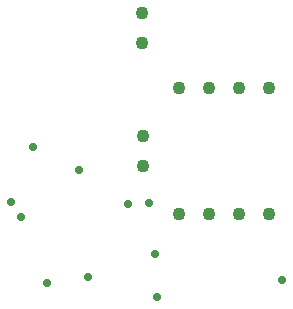
<source format=gbr>
G04 Layer_Color=0*
%FSLAX45Y45*%
%MOMM*%
%TF.FileFunction,Plated,1,2,PTH,Drill*%
%TF.Part,Single*%
G01*
G75*
%TA.AperFunction,ComponentDrill*%
%ADD44C,1.09000*%
%ADD45C,1.09000*%
%TA.AperFunction,ViaDrill,NotFilled*%
%ADD46C,0.71120*%
D44*
X711200Y1371600D02*
D03*
X457200D02*
D03*
X203200D02*
D03*
X-50800D02*
D03*
X711200Y304800D02*
D03*
X457200D02*
D03*
X203200D02*
D03*
X-50800D02*
D03*
D45*
X-355600Y965200D02*
D03*
Y711200D02*
D03*
X-368300Y2006595D02*
D03*
Y1752595D02*
D03*
D46*
X-1290320Y871220D02*
D03*
X-307340Y403860D02*
D03*
X-485140Y391160D02*
D03*
X-901700Y683260D02*
D03*
X-1391920Y279400D02*
D03*
X-820420Y-223520D02*
D03*
X817880Y-254000D02*
D03*
X-1170940Y-274320D02*
D03*
X-256540Y-33020D02*
D03*
X-236220Y-398780D02*
D03*
X-1473200Y408940D02*
D03*
%TF.MD5,9c329e5a97d05083b54e73a67e34a432*%
M02*

</source>
